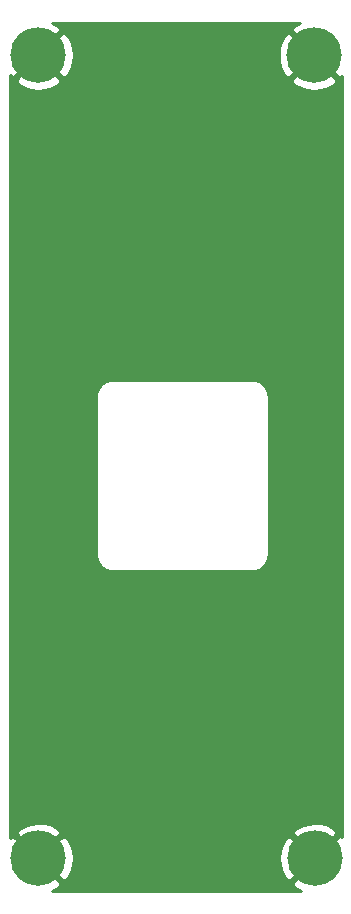
<source format=gbr>
G04 #@! TF.GenerationSoftware,KiCad,Pcbnew,(5.1.9)-1*
G04 #@! TF.CreationDate,2021-09-23T17:19:57+12:00*
G04 #@! TF.ProjectId,covers,636f7665-7273-42e6-9b69-6361645f7063,rev?*
G04 #@! TF.SameCoordinates,Original*
G04 #@! TF.FileFunction,Copper,L1,Top*
G04 #@! TF.FilePolarity,Positive*
%FSLAX46Y46*%
G04 Gerber Fmt 4.6, Leading zero omitted, Abs format (unit mm)*
G04 Created by KiCad (PCBNEW (5.1.9)-1) date 2021-09-23 17:19:57*
%MOMM*%
%LPD*%
G01*
G04 APERTURE LIST*
G04 #@! TA.AperFunction,ComponentPad*
%ADD10C,4.700000*%
G04 #@! TD*
G04 #@! TA.AperFunction,ViaPad*
%ADD11C,10.000000*%
G04 #@! TD*
G04 #@! TA.AperFunction,Conductor*
%ADD12C,0.254000*%
G04 #@! TD*
G04 #@! TA.AperFunction,Conductor*
%ADD13C,0.100000*%
G04 #@! TD*
G04 APERTURE END LIST*
D10*
X108800000Y-117300000D03*
X132150000Y-117300000D03*
X108800000Y-185300000D03*
X132200000Y-185300000D03*
D11*
X121100000Y-137100000D03*
X121100000Y-179900000D03*
X121100000Y-166900000D03*
D12*
X130491298Y-114800927D02*
X130233137Y-115203532D01*
X132150000Y-117120395D01*
X132164143Y-117106253D01*
X132343748Y-117285858D01*
X132329605Y-117300000D01*
X134246468Y-119216863D01*
X134498001Y-119055573D01*
X134498000Y-151280253D01*
X134498000Y-151280254D01*
X134498001Y-183512365D01*
X134296468Y-183383137D01*
X132379605Y-185300000D01*
X132393748Y-185314143D01*
X132214143Y-185493748D01*
X132200000Y-185479605D01*
X130283137Y-187396468D01*
X130541298Y-187799073D01*
X131010482Y-188048000D01*
X109992994Y-188048000D01*
X110458702Y-187799073D01*
X110716863Y-187396468D01*
X108800000Y-185479605D01*
X108785858Y-185493748D01*
X108606253Y-185314143D01*
X108620395Y-185300000D01*
X108979605Y-185300000D01*
X110896468Y-187216863D01*
X111299073Y-186958702D01*
X111574651Y-186439285D01*
X111743601Y-185876087D01*
X111797665Y-185309250D01*
X129200570Y-185309250D01*
X129260008Y-185894233D01*
X129432429Y-186456379D01*
X129700927Y-186958702D01*
X130103532Y-187216863D01*
X132020395Y-185300000D01*
X130103532Y-183383137D01*
X129700927Y-183641298D01*
X129425349Y-184160715D01*
X129256399Y-184723913D01*
X129200570Y-185309250D01*
X111797665Y-185309250D01*
X111799430Y-185290750D01*
X111739992Y-184705767D01*
X111567571Y-184143621D01*
X111299073Y-183641298D01*
X110896468Y-183383137D01*
X108979605Y-185300000D01*
X108620395Y-185300000D01*
X106703532Y-183383137D01*
X106402000Y-183576487D01*
X106402000Y-183203532D01*
X106883137Y-183203532D01*
X108800000Y-185120395D01*
X110716863Y-183203532D01*
X130283137Y-183203532D01*
X132200000Y-185120395D01*
X134116863Y-183203532D01*
X133858702Y-182800927D01*
X133339285Y-182525349D01*
X132776087Y-182356399D01*
X132190750Y-182300570D01*
X131605767Y-182360008D01*
X131043621Y-182532429D01*
X130541298Y-182800927D01*
X130283137Y-183203532D01*
X110716863Y-183203532D01*
X110458702Y-182800927D01*
X109939285Y-182525349D01*
X109376087Y-182356399D01*
X108790750Y-182300570D01*
X108205767Y-182360008D01*
X107643621Y-182532429D01*
X107141298Y-182800927D01*
X106883137Y-183203532D01*
X106402000Y-183203532D01*
X106402000Y-146180254D01*
X113698000Y-146180254D01*
X113698001Y-159619747D01*
X113699721Y-159637213D01*
X113699678Y-159643416D01*
X113700226Y-159649003D01*
X113720627Y-159843099D01*
X113727955Y-159878798D01*
X113734780Y-159914579D01*
X113736403Y-159919952D01*
X113794115Y-160106390D01*
X113808238Y-160139987D01*
X113821883Y-160173760D01*
X113824518Y-160178716D01*
X113917343Y-160350393D01*
X113937704Y-160380580D01*
X113957668Y-160411088D01*
X113961216Y-160415438D01*
X114085620Y-160565816D01*
X114111486Y-160591503D01*
X114136965Y-160617521D01*
X114141290Y-160621099D01*
X114292532Y-160744449D01*
X114322888Y-160764617D01*
X114352943Y-160785197D01*
X114357876Y-160787863D01*
X114357880Y-160787866D01*
X114357884Y-160787868D01*
X114530203Y-160879491D01*
X114563894Y-160893378D01*
X114597377Y-160907729D01*
X114602739Y-160909389D01*
X114789576Y-160965798D01*
X114825320Y-160972875D01*
X114860955Y-160980450D01*
X114866537Y-160981036D01*
X115060487Y-161000053D01*
X115080253Y-161002000D01*
X126919747Y-161002000D01*
X126937223Y-161000279D01*
X126943416Y-161000322D01*
X126949003Y-160999774D01*
X127143099Y-160979373D01*
X127178798Y-160972045D01*
X127214579Y-160965220D01*
X127219950Y-160963598D01*
X127219956Y-160963596D01*
X127406390Y-160905885D01*
X127439987Y-160891762D01*
X127473760Y-160878117D01*
X127478716Y-160875482D01*
X127650393Y-160782657D01*
X127680580Y-160762296D01*
X127711088Y-160742332D01*
X127715438Y-160738784D01*
X127865816Y-160614380D01*
X127891503Y-160588514D01*
X127917521Y-160563035D01*
X127921099Y-160558710D01*
X128044449Y-160407468D01*
X128064617Y-160377112D01*
X128085197Y-160347057D01*
X128087863Y-160342124D01*
X128087866Y-160342120D01*
X128087868Y-160342116D01*
X128179491Y-160169797D01*
X128193378Y-160136106D01*
X128207729Y-160102623D01*
X128209389Y-160097261D01*
X128265798Y-159910424D01*
X128272875Y-159874680D01*
X128280450Y-159839045D01*
X128281036Y-159833463D01*
X128300081Y-159639229D01*
X128302000Y-159619747D01*
X128302000Y-146180253D01*
X128300279Y-146162777D01*
X128300322Y-146156583D01*
X128299774Y-146150997D01*
X128279373Y-145956900D01*
X128272042Y-145921188D01*
X128265220Y-145885421D01*
X128263597Y-145880048D01*
X128263597Y-145880046D01*
X128263595Y-145880040D01*
X128205885Y-145693610D01*
X128191762Y-145660013D01*
X128178117Y-145626240D01*
X128175482Y-145621284D01*
X128082657Y-145449607D01*
X128062279Y-145419395D01*
X128042331Y-145388911D01*
X128038784Y-145384562D01*
X127914380Y-145234184D01*
X127888530Y-145208514D01*
X127863035Y-145182479D01*
X127858710Y-145178901D01*
X127707468Y-145055551D01*
X127677086Y-145035365D01*
X127647057Y-145014804D01*
X127642120Y-145012134D01*
X127469797Y-144920509D01*
X127436123Y-144906630D01*
X127402623Y-144892271D01*
X127397261Y-144890612D01*
X127210425Y-144834202D01*
X127174666Y-144827122D01*
X127139045Y-144819550D01*
X127133462Y-144818964D01*
X126939513Y-144799947D01*
X126919747Y-144798000D01*
X115080253Y-144798000D01*
X115062777Y-144799721D01*
X115056583Y-144799678D01*
X115050997Y-144800226D01*
X114856900Y-144820627D01*
X114821188Y-144827958D01*
X114785421Y-144834780D01*
X114780052Y-144836402D01*
X114780046Y-144836403D01*
X114780040Y-144836405D01*
X114593610Y-144894115D01*
X114560013Y-144908238D01*
X114526240Y-144921883D01*
X114521284Y-144924518D01*
X114349607Y-145017343D01*
X114319395Y-145037721D01*
X114288911Y-145057669D01*
X114284562Y-145061216D01*
X114134184Y-145185620D01*
X114108514Y-145211470D01*
X114082479Y-145236965D01*
X114078901Y-145241290D01*
X113955551Y-145392532D01*
X113935365Y-145422914D01*
X113914804Y-145452943D01*
X113912134Y-145457880D01*
X113820509Y-145630203D01*
X113806630Y-145663877D01*
X113792271Y-145697377D01*
X113790612Y-145702739D01*
X113734202Y-145889575D01*
X113727122Y-145925334D01*
X113719550Y-145960955D01*
X113718964Y-145966538D01*
X113699925Y-146160709D01*
X113698000Y-146180254D01*
X106402000Y-146180254D01*
X106402000Y-119396468D01*
X106883137Y-119396468D01*
X107141298Y-119799073D01*
X107660715Y-120074651D01*
X108223913Y-120243601D01*
X108809250Y-120299430D01*
X109394233Y-120239992D01*
X109956379Y-120067571D01*
X110458702Y-119799073D01*
X110716863Y-119396468D01*
X130233137Y-119396468D01*
X130491298Y-119799073D01*
X131010715Y-120074651D01*
X131573913Y-120243601D01*
X132159250Y-120299430D01*
X132744233Y-120239992D01*
X133306379Y-120067571D01*
X133808702Y-119799073D01*
X134066863Y-119396468D01*
X132150000Y-117479605D01*
X130233137Y-119396468D01*
X110716863Y-119396468D01*
X108800000Y-117479605D01*
X106883137Y-119396468D01*
X106402000Y-119396468D01*
X106402000Y-119023513D01*
X106703532Y-119216863D01*
X108620395Y-117300000D01*
X108979605Y-117300000D01*
X110896468Y-119216863D01*
X111299073Y-118958702D01*
X111574651Y-118439285D01*
X111743601Y-117876087D01*
X111797665Y-117309250D01*
X129150570Y-117309250D01*
X129210008Y-117894233D01*
X129382429Y-118456379D01*
X129650927Y-118958702D01*
X130053532Y-119216863D01*
X131970395Y-117300000D01*
X130053532Y-115383137D01*
X129650927Y-115641298D01*
X129375349Y-116160715D01*
X129206399Y-116723913D01*
X129150570Y-117309250D01*
X111797665Y-117309250D01*
X111799430Y-117290750D01*
X111739992Y-116705767D01*
X111567571Y-116143621D01*
X111299073Y-115641298D01*
X110896468Y-115383137D01*
X108979605Y-117300000D01*
X108620395Y-117300000D01*
X108606253Y-117285858D01*
X108785858Y-117106253D01*
X108800000Y-117120395D01*
X110716863Y-115203532D01*
X110458702Y-114800927D01*
X109989518Y-114552000D01*
X130957006Y-114552000D01*
X130491298Y-114800927D01*
G04 #@! TA.AperFunction,Conductor*
D13*
G36*
X130491298Y-114800927D02*
G01*
X130233137Y-115203532D01*
X132150000Y-117120395D01*
X132164143Y-117106253D01*
X132343748Y-117285858D01*
X132329605Y-117300000D01*
X134246468Y-119216863D01*
X134498001Y-119055573D01*
X134498000Y-151280253D01*
X134498000Y-151280254D01*
X134498001Y-183512365D01*
X134296468Y-183383137D01*
X132379605Y-185300000D01*
X132393748Y-185314143D01*
X132214143Y-185493748D01*
X132200000Y-185479605D01*
X130283137Y-187396468D01*
X130541298Y-187799073D01*
X131010482Y-188048000D01*
X109992994Y-188048000D01*
X110458702Y-187799073D01*
X110716863Y-187396468D01*
X108800000Y-185479605D01*
X108785858Y-185493748D01*
X108606253Y-185314143D01*
X108620395Y-185300000D01*
X108979605Y-185300000D01*
X110896468Y-187216863D01*
X111299073Y-186958702D01*
X111574651Y-186439285D01*
X111743601Y-185876087D01*
X111797665Y-185309250D01*
X129200570Y-185309250D01*
X129260008Y-185894233D01*
X129432429Y-186456379D01*
X129700927Y-186958702D01*
X130103532Y-187216863D01*
X132020395Y-185300000D01*
X130103532Y-183383137D01*
X129700927Y-183641298D01*
X129425349Y-184160715D01*
X129256399Y-184723913D01*
X129200570Y-185309250D01*
X111797665Y-185309250D01*
X111799430Y-185290750D01*
X111739992Y-184705767D01*
X111567571Y-184143621D01*
X111299073Y-183641298D01*
X110896468Y-183383137D01*
X108979605Y-185300000D01*
X108620395Y-185300000D01*
X106703532Y-183383137D01*
X106402000Y-183576487D01*
X106402000Y-183203532D01*
X106883137Y-183203532D01*
X108800000Y-185120395D01*
X110716863Y-183203532D01*
X130283137Y-183203532D01*
X132200000Y-185120395D01*
X134116863Y-183203532D01*
X133858702Y-182800927D01*
X133339285Y-182525349D01*
X132776087Y-182356399D01*
X132190750Y-182300570D01*
X131605767Y-182360008D01*
X131043621Y-182532429D01*
X130541298Y-182800927D01*
X130283137Y-183203532D01*
X110716863Y-183203532D01*
X110458702Y-182800927D01*
X109939285Y-182525349D01*
X109376087Y-182356399D01*
X108790750Y-182300570D01*
X108205767Y-182360008D01*
X107643621Y-182532429D01*
X107141298Y-182800927D01*
X106883137Y-183203532D01*
X106402000Y-183203532D01*
X106402000Y-146180254D01*
X113698000Y-146180254D01*
X113698001Y-159619747D01*
X113699721Y-159637213D01*
X113699678Y-159643416D01*
X113700226Y-159649003D01*
X113720627Y-159843099D01*
X113727955Y-159878798D01*
X113734780Y-159914579D01*
X113736403Y-159919952D01*
X113794115Y-160106390D01*
X113808238Y-160139987D01*
X113821883Y-160173760D01*
X113824518Y-160178716D01*
X113917343Y-160350393D01*
X113937704Y-160380580D01*
X113957668Y-160411088D01*
X113961216Y-160415438D01*
X114085620Y-160565816D01*
X114111486Y-160591503D01*
X114136965Y-160617521D01*
X114141290Y-160621099D01*
X114292532Y-160744449D01*
X114322888Y-160764617D01*
X114352943Y-160785197D01*
X114357876Y-160787863D01*
X114357880Y-160787866D01*
X114357884Y-160787868D01*
X114530203Y-160879491D01*
X114563894Y-160893378D01*
X114597377Y-160907729D01*
X114602739Y-160909389D01*
X114789576Y-160965798D01*
X114825320Y-160972875D01*
X114860955Y-160980450D01*
X114866537Y-160981036D01*
X115060487Y-161000053D01*
X115080253Y-161002000D01*
X126919747Y-161002000D01*
X126937223Y-161000279D01*
X126943416Y-161000322D01*
X126949003Y-160999774D01*
X127143099Y-160979373D01*
X127178798Y-160972045D01*
X127214579Y-160965220D01*
X127219950Y-160963598D01*
X127219956Y-160963596D01*
X127406390Y-160905885D01*
X127439987Y-160891762D01*
X127473760Y-160878117D01*
X127478716Y-160875482D01*
X127650393Y-160782657D01*
X127680580Y-160762296D01*
X127711088Y-160742332D01*
X127715438Y-160738784D01*
X127865816Y-160614380D01*
X127891503Y-160588514D01*
X127917521Y-160563035D01*
X127921099Y-160558710D01*
X128044449Y-160407468D01*
X128064617Y-160377112D01*
X128085197Y-160347057D01*
X128087863Y-160342124D01*
X128087866Y-160342120D01*
X128087868Y-160342116D01*
X128179491Y-160169797D01*
X128193378Y-160136106D01*
X128207729Y-160102623D01*
X128209389Y-160097261D01*
X128265798Y-159910424D01*
X128272875Y-159874680D01*
X128280450Y-159839045D01*
X128281036Y-159833463D01*
X128300081Y-159639229D01*
X128302000Y-159619747D01*
X128302000Y-146180253D01*
X128300279Y-146162777D01*
X128300322Y-146156583D01*
X128299774Y-146150997D01*
X128279373Y-145956900D01*
X128272042Y-145921188D01*
X128265220Y-145885421D01*
X128263597Y-145880048D01*
X128263597Y-145880046D01*
X128263595Y-145880040D01*
X128205885Y-145693610D01*
X128191762Y-145660013D01*
X128178117Y-145626240D01*
X128175482Y-145621284D01*
X128082657Y-145449607D01*
X128062279Y-145419395D01*
X128042331Y-145388911D01*
X128038784Y-145384562D01*
X127914380Y-145234184D01*
X127888530Y-145208514D01*
X127863035Y-145182479D01*
X127858710Y-145178901D01*
X127707468Y-145055551D01*
X127677086Y-145035365D01*
X127647057Y-145014804D01*
X127642120Y-145012134D01*
X127469797Y-144920509D01*
X127436123Y-144906630D01*
X127402623Y-144892271D01*
X127397261Y-144890612D01*
X127210425Y-144834202D01*
X127174666Y-144827122D01*
X127139045Y-144819550D01*
X127133462Y-144818964D01*
X126939513Y-144799947D01*
X126919747Y-144798000D01*
X115080253Y-144798000D01*
X115062777Y-144799721D01*
X115056583Y-144799678D01*
X115050997Y-144800226D01*
X114856900Y-144820627D01*
X114821188Y-144827958D01*
X114785421Y-144834780D01*
X114780052Y-144836402D01*
X114780046Y-144836403D01*
X114780040Y-144836405D01*
X114593610Y-144894115D01*
X114560013Y-144908238D01*
X114526240Y-144921883D01*
X114521284Y-144924518D01*
X114349607Y-145017343D01*
X114319395Y-145037721D01*
X114288911Y-145057669D01*
X114284562Y-145061216D01*
X114134184Y-145185620D01*
X114108514Y-145211470D01*
X114082479Y-145236965D01*
X114078901Y-145241290D01*
X113955551Y-145392532D01*
X113935365Y-145422914D01*
X113914804Y-145452943D01*
X113912134Y-145457880D01*
X113820509Y-145630203D01*
X113806630Y-145663877D01*
X113792271Y-145697377D01*
X113790612Y-145702739D01*
X113734202Y-145889575D01*
X113727122Y-145925334D01*
X113719550Y-145960955D01*
X113718964Y-145966538D01*
X113699925Y-146160709D01*
X113698000Y-146180254D01*
X106402000Y-146180254D01*
X106402000Y-119396468D01*
X106883137Y-119396468D01*
X107141298Y-119799073D01*
X107660715Y-120074651D01*
X108223913Y-120243601D01*
X108809250Y-120299430D01*
X109394233Y-120239992D01*
X109956379Y-120067571D01*
X110458702Y-119799073D01*
X110716863Y-119396468D01*
X130233137Y-119396468D01*
X130491298Y-119799073D01*
X131010715Y-120074651D01*
X131573913Y-120243601D01*
X132159250Y-120299430D01*
X132744233Y-120239992D01*
X133306379Y-120067571D01*
X133808702Y-119799073D01*
X134066863Y-119396468D01*
X132150000Y-117479605D01*
X130233137Y-119396468D01*
X110716863Y-119396468D01*
X108800000Y-117479605D01*
X106883137Y-119396468D01*
X106402000Y-119396468D01*
X106402000Y-119023513D01*
X106703532Y-119216863D01*
X108620395Y-117300000D01*
X108979605Y-117300000D01*
X110896468Y-119216863D01*
X111299073Y-118958702D01*
X111574651Y-118439285D01*
X111743601Y-117876087D01*
X111797665Y-117309250D01*
X129150570Y-117309250D01*
X129210008Y-117894233D01*
X129382429Y-118456379D01*
X129650927Y-118958702D01*
X130053532Y-119216863D01*
X131970395Y-117300000D01*
X130053532Y-115383137D01*
X129650927Y-115641298D01*
X129375349Y-116160715D01*
X129206399Y-116723913D01*
X129150570Y-117309250D01*
X111797665Y-117309250D01*
X111799430Y-117290750D01*
X111739992Y-116705767D01*
X111567571Y-116143621D01*
X111299073Y-115641298D01*
X110896468Y-115383137D01*
X108979605Y-117300000D01*
X108620395Y-117300000D01*
X108606253Y-117285858D01*
X108785858Y-117106253D01*
X108800000Y-117120395D01*
X110716863Y-115203532D01*
X110458702Y-114800927D01*
X109989518Y-114552000D01*
X130957006Y-114552000D01*
X130491298Y-114800927D01*
G37*
G04 #@! TD.AperFunction*
M02*

</source>
